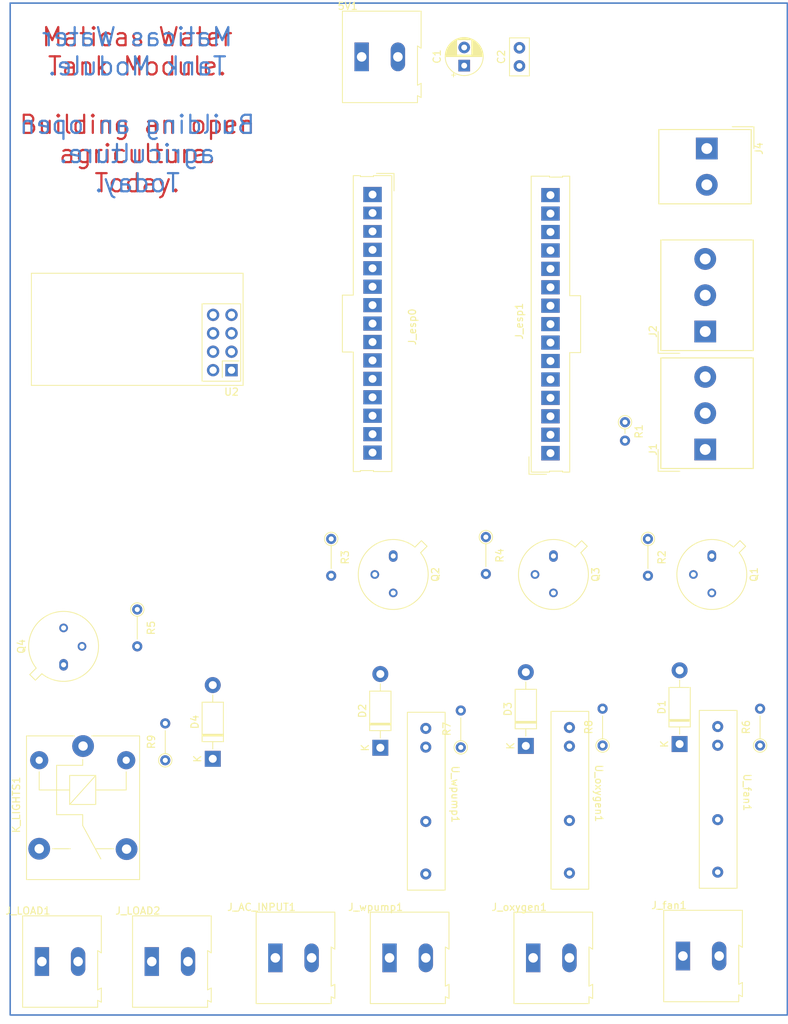
<source format=kicad_pcb>
(kicad_pcb (version 20221018) (generator pcbnew)
  (layers (0 "F.Cu" signal) (31 "B.Cu" signal) (34 "B.Paste" user) (35 "F.Paste" user) (36 "B.SilkS" user "B.Silkscreen") (37 "F.SilkS" user "F.Silkscreen") (38 "B.Mask" user) (39 "F.Mask" user) (44 "Edge.Cuts" user))
  (net 0 "")
  (net 1 "5v")
  (net 2 "GND5V")
  (net 3 "D25")
  (net 4 "D34")
  (net 5 "D33")
  (net 6 "AC1")
  (net 7 "AC2")
  (net 8 "EN")
  (net 9 "VP")
  (net 10 "VN")
  (net 11 "D35")
  (net 12 "D32")
  (net 13 "D26")
  (net 14 "D27")
  (net 15 "D14")
  (net 16 "D12")
  (net 17 "D13")
  (net 18 "3V3")
  (net 19 "GND2")
  (net 20 "D15")
  (net 21 "D2")
  (net 22 "D4")
  (net 23 "RX2")
  (net 24 "TX2")
  (net 25 "D5")
  (net 26 "D18")
  (net 27 "D19")
  (net 28 "D21")
  (net 29 "RX0")
  (net 30 "TX0")
  (net 31 "D22")
  (net 32 "D23")
  (net 33 "Net-(J_fan1-Pin_2)")
  (net 34 "LOAD IN")
  (net 35 "GND LOAD")
  (net 36 "Normally O")
  (net 37 "Net-(J_oxygen1-Pin_2)")
  (net 38 "Net-(J_wpump1-Pin_2)")
  (net 39 "Net-(Q1-B)")
  (net 40 "D16")
  (net 41 "Net-(Q2-B)")
  (net 42 "D17")
  (net 43 "Net-(Q3-B)")
  (net 44 "Net-(Q4-B)")
  (net 45 "Net-(D1-K)")
  (net 46 "Net-(D2-K)")
  (net 47 "Net-(D3-K)")
  (net 48 "Net-(D4-K)")
  (net 49 "Net-(D1-A)")
  (net 50 "Net-(D3-A)")
  (net 51 "Net-(D2-A)")
  (net 52 "Net-(D4-A)")
  (net 53 "Normally C")
  (footprint "Resistor_THT:R_Axial_DIN0204_L3.6mm_D1.6mm_P5.08mm_Vertical" (layer "F.Cu") (at 140.005 134.316 90)
    (fp_text reference "R6" (at 2.54 -1.92 90) (layer "F.SilkS"))
    (fp_text value "R")
    (pad "1" thru_hole circle (at 0 0 90) (size 1.4 1.4) (drill 0.7) (layers "*.Cu" "*.Mask") (net 45 "Net-(D1-K)"))
    (pad "2" thru_hole oval (at 5.08 0 90) (size 1.4 1.4) (drill 0.7) (layers "*.Cu" "*.Mask") (net 1 "5v"))
  )
  (footprint "Resistor_THT:R_Axial_DIN0204_L3.6mm_D1.6mm_P2.54mm_Vertical" (layer "F.Cu") (at 121.375 89.758 -90)
    (fp_text reference "R1" (at 1.27 -1.92 90) (layer "F.SilkS"))
    (fp_text value "4.7k")
    (pad "1" thru_hole circle (at 0 0 270) (size 1.4 1.4) (drill 0.7) (layers "*.Cu" "*.Mask") (net 1 "5v"))
    (pad "2" thru_hole oval (at 2.54 0 270) (size 1.4 1.4) (drill 0.7) (layers "*.Cu" "*.Mask") (net 3 "D25"))
  )
  (footprint "Diode_THT:D_DO-41_SOD81_P10.16mm_Horizontal" (layer "F.Cu") (at 87.63 134.62 90)
    (fp_text reference "D2" (at 5.08 -2.47 90) (layer "F.SilkS"))
    (fp_text value "1N4004")
    (fp_text user "K" (at 0 -2.1 90) (layer "F.SilkS"))
    (pad "1" thru_hole rect (at 0 0 90) (size 2.2 2.2) (drill 1.1) (layers "*.Cu" "*.Mask") (net 46 "Net-(D2-K)"))
    (pad "2" thru_hole oval (at 10.16 0 90) (size 2.2 2.2) (drill 1.1) (layers "*.Cu" "*.Mask") (net 51 "Net-(D2-A)"))
  )
  (footprint "Resistor_THT:R_Axial_DIN0204_L3.6mm_D1.6mm_P5.08mm_Vertical" (layer "F.Cu") (at 124.54 105.841 -90)
    (fp_text reference "R2" (at 2.54 -1.92 90) (layer "F.SilkS"))
    (fp_text value "660")
    (pad "1" thru_hole circle (at 0 0 270) (size 1.4 1.4) (drill 0.7) (layers "*.Cu" "*.Mask") (net 5 "D33"))
    (pad "2" thru_hole oval (at 5.08 0 270) (size 1.4 1.4) (drill 0.7) (layers "*.Cu" "*.Mask") (net 39 "Net-(Q1-B)"))
  )
  (footprint "TerminalBlock:TerminalBlock_Altech_AK300-2_P5.00mm" (layer "F.Cu") (at 129.366 163.322)
    (fp_text reference "J_fan1" (at -1.92 -6.99) (layer "F.SilkS"))
    (fp_text value "Screw_Terminal_01x02")
    (pad "1" thru_hole rect (at 0 0) (size 1.98 3.96) (drill 1.32) (layers "*.Cu" "*.Mask") (net 7 "AC2"))
    (pad "2" thru_hole oval (at 5 0) (size 1.98 3.96) (drill 1.32) (layers "*.Cu" "*.Mask") (net 33 "Net-(J_fan1-Pin_2)"))
  )
  (footprint "TerminalBlock:TerminalBlock_Altech_AK300-2_P5.00mm" (layer "F.Cu") (at 85.053 39.416)
    (fp_text reference "5V1" (at -1.92 -6.99) (layer "F.SilkS"))
    (fp_text value "Screw_Terminal_01x02")
    (pad "1" thru_hole rect (at 0 0) (size 1.98 3.96) (drill 1.32) (layers "*.Cu" "*.Mask") (net 1 "5v"))
    (pad "2" thru_hole oval (at 5 0) (size 1.98 3.96) (drill 1.32) (layers "*.Cu" "*.Mask") (net 2 "GND5V"))
  )
  (footprint "Resistor_THT:R_Axial_DIN0204_L3.6mm_D1.6mm_P5.08mm_Vertical" (layer "F.Cu") (at 54.102 115.57 -90)
    (fp_text reference "R5" (at 2.54 -1.92 90) (layer "F.SilkS"))
    (fp_text value "660")
    (pad "1" thru_hole circle (at 0 0 270) (size 1.4 1.4) (drill 0.7) (layers "*.Cu" "*.Mask") (net 26 "D18"))
    (pad "2" thru_hole oval (at 5.08 0 270) (size 1.4 1.4) (drill 0.7) (layers "*.Cu" "*.Mask") (net 44 "Net-(Q4-B)"))
  )
  (footprint "TerminalBlock:TerminalBlock_Altech_AK300-2_P5.00mm" (layer "F.Cu") (at 56.105 164.084)
    (fp_text reference "J_LOAD2" (at -1.92 -6.99) (layer "F.SilkS"))
    (fp_text value "Screw_Terminal_01x02")
    (pad "1" thru_hole rect (at 0 0) (size 1.98 3.96) (drill 1.32) (layers "*.Cu" "*.Mask") (net 35 "GND LOAD"))
    (pad "2" thru_hole oval (at 5 0) (size 1.98 3.96) (drill 1.32) (layers "*.Cu" "*.Mask") (net 36 "Normally O"))
  )
  (footprint "TerminalBlock_Altech:Altech_AK300_1x03_P5.00mm_45-Degree" (layer "F.Cu") (at 132.4435 77.262 90)
    (fp_text reference "J2" (at 0 -7.2 90) (layer "F.SilkS"))
    (fp_text value "Screw_Terminal_01x03")
    (pad "1" thru_hole rect (at 0 0 90) (size 3 3) (drill 1.5) (layers "*.Cu" "*.Mask") (net 4 "D34"))
    (pad "2" thru_hole circle (at 5 0 90) (size 3 3) (drill 1.5) (layers "*.Cu" "*.Mask") (net 1 "5v"))
    (pad "3" thru_hole circle (at 10 0 90) (size 3 3) (drill 1.5) (layers "*.Cu" "*.Mask") (net 2 "GND5V"))
  )
  (footprint "Capacitor_THT:C_Disc_D5.0mm_W2.5mm_P2.50mm" (layer "F.Cu") (at 106.817 40.666 90)
    (fp_text reference "C2" (at 1.25 -2.5 90) (layer "F.SilkS"))
    (fp_text value "C_Generic")
    (pad "1" thru_hole circle (at 0 0 90) (size 1.6 1.6) (drill 0.8) (layers "*.Cu" "*.Mask") (net 1 "5v"))
    (pad "2" thru_hole circle (at 2.5 0 90) (size 1.6 1.6) (drill 0.8) (layers "*.Cu" "*.Mask") (net 2 "GND5V"))
  )
  (footprint "TerminalBlock_Altech:Altech_AK300_1x03_P5.00mm_45-Degree" (layer "F.Cu") (at 132.4435 93.518 90)
    (fp_text reference "J1" (at 0 -7.2 90) (layer "F.SilkS"))
    (fp_text value "Screw_Terminal_01x03")
    (pad "1" thru_hole rect (at 0 0 90) (size 3 3) (drill 1.5) (layers "*.Cu" "*.Mask") (net 3 "D25"))
    (pad "2" thru_hole circle (at 5 0 90) (size 3 3) (drill 1.5) (layers "*.Cu" "*.Mask") (net 1 "5v"))
    (pad "3" thru_hole circle (at 10 0 90) (size 3 3) (drill 1.5) (layers "*.Cu" "*.Mask") (net 2 "GND5V"))
  )
  (footprint "TerminalBlock:TerminalBlock_Altech_AK300-2_P5.00mm" (layer "F.Cu") (at 73.152 163.576)
    (fp_text reference "J_AC_INPUT1" (at -1.92 -6.99) (layer "F.SilkS"))
    (fp_text value "Screw_Terminal_01x02")
    (pad "1" thru_hole rect (at 0 0) (size 1.98 3.96) (drill 1.32) (layers "*.Cu" "*.Mask") (net 6 "AC1"))
    (pad "2" thru_hole oval (at 5 0) (size 1.98 3.96) (drill 1.32) (layers "*.Cu" "*.Mask") (net 7 "AC2"))
  )
  (footprint "TerminalBlock:TerminalBlock_Altech_AK300-2_P5.00mm" (layer "F.Cu") (at 40.945 164.084)
    (fp_text reference "J_LOAD1" (at -1.92 -6.99) (layer "F.SilkS"))
    (fp_text value "Screw_Terminal_01x02")
    (pad "1" thru_hole rect (at 0 0) (size 1.98 3.96) (drill 1.32) (layers "*.Cu" "*.Mask") (net 34 "LOAD IN"))
    (pad "2" thru_hole oval (at 5 0) (size 1.98 3.96) (drill 1.32) (layers "*.Cu" "*.Mask") (net 35 "GND LOAD"))
  )
  (footprint "esp32:Connector_Molex_Molex_SL_171971-0015_1x15_P2.54mm_Vertical_squares" (layer "F.Cu") (at 102.9455 75.786 90)
    (fp_text reference "J_esp1" (at -0.06 3.8375 90 unlocked) (layer "F.SilkS"))
    (fp_text value "Conn_01x15_Female")
    (pad "1" thru_hole rect (at -18.24 8.15 90) (size 2 2.54) (drill 1.09) (layers "*.Cu" "*.Mask") (net 18 "3V3"))
    (pad "2" thru_hole rect (at -15.7 8.15 90) (size 1.95 2.54) (drill 1.09) (layers "*.Cu" "*.Mask") (net 19 "GND2"))
    (pad "3" thru_hole rect (at -13.16 8.15 90) (size 1.95 2.54) (drill 1.09) (layers "*.Cu" "*.Mask") (net 20 "D15"))
    (pad "4" thru_hole rect (at -10.62 8.15 90) (size 1.95 2.54) (drill 1.09) (layers "*.Cu" "*.Mask") (net 21 "D2"))
    (pad "5" thru_hole rect (at -8.08 8.15 90) (size 1.95 2.54) (drill 1.09) (layers "*.Cu" "*.Mask") (net 22 "D4"))
    (pad "6" thru_hole rect (at -5.54 8.15 90) (size 1.95 2.54) (drill 1.09) (layers "*.Cu" "*.Mask") (net 23 "RX2"))
    (pad "7" thru_hole rect (at -3 8.15 90) (size 1.95 2.54) (drill 1.09) (layers "*.Cu" "*.Mask") (net 24 "TX2"))
    (pad "8" thru_hole rect (at -0.46 8.15 90) (size 1.95 2.54) (drill 1.09) (layers "*.Cu" "*.Mask") (net 25 "D5"))
    (pad "9" thru_hole rect (at 2.08 8.15 90) (size 1.95 2.54) (drill 1.09) (layers "*.Cu" "*.Mask") (net 26 "D18"))
    (pad "10" thru_hole rect (at 4.62 8.15 90) (size 1.95 2.54) (drill 1.09) (layers "*.Cu" "*.Mask") (net 27 "D19"))
    (pad "11" thru_hole rect (at 7.16 8.15 90) (size 1.95 2.54) (drill 1.09) (layers "*.Cu" "*.Mask") (net 28 "D21"))
    (pad "12" thru_hole rect (at 9.7 8.15 90) (size 1.95 2.54) (drill 1.09) (layers "*.Cu" "*.Mask") (net 29 "RX0"))
    (pad "13" thru_hole rect (at 12.24 8.15 90) (size 1.95 2.54) (drill 1.09) (layers "*.Cu" "*.Mask") (net 30 "TX0"))
    (pad "14" thru_hole rect (at 14.78 8.15 90) (size 1.95 2.54) (drill 1.09) (layers "*.Cu" "*.Mask") (net 31 "D22"))
    (pad "15" thru_hole rect (at 17.32 8.15 90) (size 1.95 2.54) (drill 1.09) (layers "*.Cu" "*.Mask") (net 32 "D23"))
  )
  (footprint "Package_TO_SOT_THT:TO-39-3" (layer "F.Cu") (at 89.408 108.204 -90)
    (fp_text reference "Q2" (at 2.54 -5.82 90) (layer "F.SilkS"))
    (fp_text value "2N2219")
    (pad "1" thru_hole oval (at 0 0 270) (size 1.6 1.2) (drill 0.7) (layers "*.Cu" "*.Mask") (net 2 "GND5V"))
    (pad "2" thru_hole oval (at 2.54 2.54 270) (size 1.2 1.2) (drill 0.7) (layers "*.Cu" "*.Mask") (net 41 "Net-(Q2-B)"))
    (pad "3" thru_hole oval (at 5.08 0 270) (size 1.2 1.2) (drill 0.7) (layers "*.Cu" "*.Mask") (net 51 "Net-(D2-A)"))
  )
  (footprint "TerminalBlock_Altech:Altech_AK300_1x02_P5.00mm_45-Degree" (layer "F.Cu") (at 132.6585 52.0445 -90)
    (fp_text reference "J4" (at 0 -7.2 90) (layer "F.SilkS"))
    (fp_text value "Screw_Terminal_01x02")
    (pad "1" thru_hole rect (at 0 0 270) (size 3 3) (drill 1.5) (layers "*.Cu" "*.Mask") (net 2 "GND5V"))
    (pad "2" thru_hole circle (at 5 0 270) (size 3 3) (drill 1.5) (layers "*.Cu" "*.Mask") (net 27 "D19"))
  )
  (footprint "Diode_THT:D_DO-41_SOD81_P10.16mm_Horizontal" (layer "F.Cu") (at 107.696 134.366 90)
    (fp_text reference "D3" (at 5.08 -2.47 90) (layer "F.SilkS"))
    (fp_text value "1N4004")
    (fp_text user "K" (at 0 -2.1 90) (layer "F.SilkS"))
    (pad "1" thru_hole rect (at 0 0 90) (size 2.2 2.2) (drill 1.1) (layers "*.Cu" "*.Mask") (net 47 "Net-(D3-K)"))
    (pad "2" thru_hole oval (at 10.16 0 90) (size 2.2 2.2) (drill 1.1) (layers "*.Cu" "*.Mask") (net 50 "Net-(D3-A)"))
  )
  (footprint "esp32:Connector_Molex_Molex_SL_171971-0015_1x15_P2.54mm_Vertical_squares" (layer "F.Cu") (at 94.705 76.627 -90)
    (fp_text reference "J_esp0" (at 0 2.6675 90 unlocked) (layer "F.SilkS"))
    (fp_text value "Conn_01x15_Female")
    (pad "1" thru_hole rect (at -18.24 8.15 270) (size 2.1 2.54) (drill 1.09) (layers "*.Cu" "*.Mask") (net 8 "EN"))
    (pad "2" thru_hole rect (at -15.7 8.15 270) (size 1.74 2.54) (drill 1.09) (layers "*.Cu" "*.Mask") (net 9 "VP"))
    (pad "3" thru_hole rect (at -13.16 8.15 270) (size 1.74 2.54) (drill 1.09) (layers "*.Cu" "*.Mask") (net 10 "VN"))
    (pad "4" thru_hole rect (at -10.62 8.15 270) (size 1.95 2.54) (drill 1.09) (layers "*.Cu" "*.Mask") (net 4 "D34"))
    (pad "5" thru_hole rect (at -8.08 8.15 270) (size 1.95 2.54) (drill 1.09) (layers "*.Cu" "*.Mask") (net 11 "D35"))
    (pad "6" thru_hole rect (at -5.54 8.15 270) (size 1.95 2.54) (drill 1.09) (layers "*.Cu" "*.Mask") (net 12 "D32"))
    (pad "7" thru_hole rect (at -3 8.15 270) (size 1.95 2.54) (drill 1.09) (layers "*.Cu" "*.Mask") (net 5 "D33"))
    (pad "8" thru_hole rect (at -0.46 8.15 270) (size 1.95 2.54) (drill 1.09) (layers "*.Cu" "*.Mask") (net 3 "D25"))
    (pad "9" thru_hole rect (at 2.08 8.15 270) (size 1.95 2.54) (drill 1.09) (layers "*.Cu" "*.Mask") (net 13 "D26"))
    (pad "10" thru_hole rect (at 4.62 8.15 270) (size 1.95 2.54) (drill 1.09) (layers "*.Cu" "*.Mask") (net 14 "D27"))
    (pad "11" thru_hole rect (at 7.16 8.15 270) (size 1.95 2.54) (drill 1.09) (layers "*.Cu" "*.Mask") (net 15 "D14"))
    (pad "12" thru_hole rect (at 9.7 8.15 270) (size 1.95 2.54) (drill 1.09) (layers "*.Cu" "*.Mask") (net 16 "D12"))
    (pad "13" thru_hole rect (at 12.24 8.15 270) (size 1.95 2.54) (drill 1.09) (layers "*.Cu" "*.Mask") (net 17 "D13"))
    (pad "14" thru_hole rect (at 14.78 8.15 270) (size 1.95 2.54) (drill 1.09) (layers "*.Cu" "*.Mask") (net 2 "GND5V"))
    (pad "15" thru_hole rect (at 17.32 8.15 270) (size 1.95 2.54) (drill 1.09) (layers "*.Cu" "*.Mask") (net 1 "5v"))
  )
  (footprint "smart_sensor:G3MB-202P" (layer "F.Cu") (at 93.773 141.0335 -90)
    (fp_text reference "U_wpump1" (at 0 -4.191 -90 unlocked) (layer "F.SilkS"))
    (fp_text value "34.81-8240")
    (pad "11" thru_hole circle (at 3.7465 -0.127 270) (size 1.524 1.524) (drill 0.762) (layers "*.Cu" "*.Mask") (net 6 "AC1"))
    (pad "14" thru_hole circle (at 10.9855 -0.127 270) (size 1.524 1.524) (drill 0.762) (layers "*.Cu" "*.Mask") (net 38 "Net-(J_wpump1-Pin_2)"))
    (pad "A1" thru_hole circle (at -6.4995 -0.127 270) (size 1.524 1.524) (drill 0.762) (layers "*.Cu" "*.Mask") (net 46 "Net-(D2-K)"))
    (pad "A2" thru_hole circle (at -9.0805 -0.127 270) (size 1.524 1.524) (drill 0.762) (layers "*.Cu" "*.Mask") (net 51 "Net-(D2-A)"))
  )
  (footprint "Resistor_THT:R_Axial_DIN0204_L3.6mm_D1.6mm_P5.08mm_Vertical" (layer "F.Cu") (at 80.852 105.841 -90)
    (fp_text reference "R3" (at 2.54 -1.92 90) (layer "F.SilkS"))
    (fp_text value "660")
    (pad "1" thru_hole circle (at 0 0 270) (size 1.4 1.4) (drill 0.7) (layers "*.Cu" "*.Mask") (net 40 "D16"))
    (pad "2" thru_hole oval (at 5.08 0 270) (size 1.4 1.4) (drill 0.7) (layers "*.Cu" "*.Mask") (net 41 "Net-(Q2-B)"))
  )
  (footprint "TerminalBlock:TerminalBlock_Altech_AK300-2_P5.00mm" (layer "F.Cu") (at 108.712 163.576)
    (fp_text reference "J_oxygen1" (at -1.92 -6.99) (layer "F.SilkS"))
    (fp_text value "Screw_Terminal_01x02")
    (pad "1" thru_hole rect (at 0 0) (size 1.98 3.96) (drill 1.32) (layers "*.Cu" "*.Mask") (net 7 "AC2"))
    (pad "2" thru_hole oval (at 5 0) (size 1.98 3.96) (drill 1.32) (layers "*.Cu" "*.Mask") (net 37 "Net-(J_oxygen1-Pin_2)"))
  )
  (footprint "Package_TO_SOT_THT:TO-39-3" (layer "F.Cu") (at 133.35 108.204 -90)
    (fp_text reference "Q1" (at 2.54 -5.82 90) (layer "F.SilkS"))
    (fp_text value "2N2219")
    (pad "1" thru_hole oval (at 0 0 270) (size 1.6 1.2) (drill 0.7) (layers "*.Cu" "*.Mask") (net 2 "GND5V"))
    (pad "2" thru_hole oval (at 2.54 2.54 270) (size 1.2 1.2) (drill 0.7) (layers "*.Cu" "*.Mask") (net 39 "Net-(Q1-B)"))
    (pad "3" thru_hole oval (at 5.08 0 270) (size 1.2 1.2) (drill 0.7) (layers "*.Cu" "*.Mask") (net 49 "Net-(D1-A)"))
  )
  (footprint "Diode_THT:D_DO-41_SOD81_P10.16mm_Horizontal" (layer "F.Cu") (at 64.516 136.144 90)
    (fp_text reference "D4" (at 5.08 -2.47 90) (layer "F.SilkS"))
    (fp_text value "1N4004")
    (fp_text user "K" (at 0 -2.1 90) (layer "F.SilkS"))
    (pad "1" thru_hole rect (at 0 0 90) (size 2.2 2.2) (drill 1.1) (layers "*.Cu" "*.Mask") (net 48 "Net-(D4-K)"))
    (pad "2" thru_hole oval (at 10.16 0 90) (size 2.2 2.2) (drill 1.1) (layers "*.Cu" "*.Mask") (net 52 "Net-(D4-A)"))
  )
  (footprint "Diode_THT:D_DO-41_SOD81_P10.16mm_Horizontal" (layer "F.Cu") (at 128.909 134.112 90)
    (fp_text reference "D1" (at 5.08 -2.47 90) (layer "F.SilkS"))
    (fp_text value "1N4004")
    (fp_text user "K" (at 0 -2.1 90) (layer "F.SilkS"))
    (pad "1" thru_hole rect (at 0 0 90) (size 2.2 2.2) (drill 1.1) (layers "*.Cu" "*.Mask") (net 45 "Net-(D1-K)"))
    (pad "2" thru_hole oval (at 10.16 0 90) (size 2.2 2.2) (drill 1.1) (layers "*.Cu" "*.Mask") (net 49 "Net-(D1-A)"))
  )
  (footprint "Relay_THT:Relay_SPDT_SANYOU_SRD_Series_Form_C" (layer "F.Cu") (at 46.629 134.39 -90)
    (fp_text reference "K_LIGHTS1" (at 8.1 9.2 90) (layer "F.SilkS"))
    (fp_text value "SANYOU_SRD_Form_C")
    (pad "1" thru_hole circle (at 0 0) (size 3 3) (drill 1.3) (layers "*.Cu" "*.Mask") (net 34 "LOAD IN"))
    (pad "2" thru_hole circle (at 1.95 6.05) (size 2.5 2.5) (drill 1) (layers "*.Cu" "*.Mask") (net 52 "Net-(D4-A)"))
    (pad "3" thru_hole circle (at 14.15 6.05) (size 3 3) (drill 1.3) (layers "*.Cu" "*.Mask") (net 36 "Normally O"))
    (pad "4" thru_hole circle (at 14.2 -6) (size 3 3) (drill 1.3) (layers "*.Cu" "*.Mask") (net 53 "Normally C"))
    (pad "5" thru_hole circle (at 1.95 -5.95) (size 2.5 2.5) (drill 1) (layers "*.Cu" "*.Mask") (net 48 "Net-(D4-K)"))
  )
  (footprint "TerminalBlock:TerminalBlock_Altech_AK300-2_P5.00mm" (layer "F.Cu") (at 88.9 163.576)
    (fp_text reference "J_wpump1" (at -1.92 -6.99) (layer "F.SilkS"))
    (fp_text value "Screw_Terminal_01x02")
    (pad "1" thru_hole rect (at 0 0) (size 1.98 3.96) (drill 1.32) (layers "*.Cu" "*.Mask") (net 7 "AC2"))
    (pad "2" thru_hole oval (at 5 0) (size 1.98 3.96) (drill 1.32) (layers "*.Cu" "*.Mask") (net 38 "Net-(J_wpump1-Pin_2)"))
  )
  (footprint "Capacitor_THT:CP_Radial_D5.0mm_P2.50mm" (layer "F.Cu") (at 99.197 40.621113 90)
    (fp_text reference "C1" (at 1.25 -3.75 90) (layer "F.SilkS"))
    (fp_text value "C_Polarized")
    (pad "1" thru_hole rect (at 0 0 90) (size 1.6 1.6) (drill 0.8) (layers "*.Cu" "*.Mask") (net 1 "5v"))
    (pad "2" thru_hole circle (at 2.5 0 90) (size 1.6 1.6) (drill 0.8) (layers "*.Cu" "*.Mask") (net 2 "GND5V"))
  )
  (footprint "Package_TO_SOT_THT:TO-39-3" (layer "F.Cu") (at 111.506 108.204 -90)
    (fp_text reference "Q3" (at 2.54 -5.82 90) (layer "F.SilkS"))
    (fp_text value "2N2219")
    (pad "1" thru_hole oval (at 0 0 270) (size 1.6 1.2) (drill 0.7) (layers "*.Cu" "*.Mask") (net 2 "GND5V"))
    (pad "2" thru_hole oval (at 2.54 2.54 270) (size 1.2 1.2) (drill 0.7) (layers "*.Cu" "*.Mask") (net 43 "Net-(Q3-B)"))
    (pad "3" thru_hole oval (at 5.08 0 270) (size 1.2 1.2) (drill 0.7) (layers "*.Cu" "*.Mask") (net 50 "Net-(D3-A)"))
  )
  (footprint "Resistor_THT:R_Axial_DIN0204_L3.6mm_D1.6mm_P5.08mm_Vertical" (layer "F.Cu") (at 98.726 134.57 90)
    (fp_text reference "R7" (at 2.54 -1.92 90) (layer "F.SilkS"))
    (fp_text value "R")
    (pad "1" thru_hole circle (at 0 0 90) (size 1.4 1.4) (drill 0.7) (layers "*.Cu" "*.Mask") (net 46 "Net-(D2-K)"))
    (pad "2" thru_hole oval (at 5.08 0 90) (size 1.4 1.4) (drill 0.7) (layers "*.Cu" "*.Mask") (net 1 "5v"))
  )
  (footprint "smart_sensor:G3MB-202P" (layer "F.Cu") (at 113.585 140.9065 -90)
    (fp_text reference "U_oxygen1" (at 0 -4.191 -90 unlocked) (layer "F.SilkS"))
    (fp_text value "34.81-8240")
    (pad "11" thru_hole circle (at 3.7465 -0.127 270) (size 1.524 1.524) (drill 0.762) (layers "*.Cu" "*.Mask") (net 6 "AC1"))
    (pad "14" thru_hole circle (at 10.9855 -0.127 270) (size 1.524 1.524) (drill 0.762) (layers "*.Cu" "*.Mask") (net 37 "Net-(J_oxygen1-Pin_2)"))
    (pad "A1" thru_hole circle (at -6.4995 -0.127 270) (size 1.524 1.524) (drill 0.762) (layers "*.Cu" "*.Mask") (net 47 "Net-(D3-K)"))
    (pad "A2" thru_hole circle (at -9.0805 -0.127 270) (size 1.524 1.524) (drill 0.762) (layers "*.Cu" "*.Mask") (net 50 "Net-(D3-A)"))
  )
  (footprint "Resistor_THT:R_Axial_DIN0204_L3.6mm_D1.6mm_P5.08mm_Vertical" (layer "F.Cu") (at 102.188 105.587 -90)
    (fp_text reference "R4" (at 2.54 -1.92 90) (layer "F.SilkS"))
    (fp_text value "660")
    (pad "1" thru_hole circle (at 0 0 270) (size 1.4 1.4) (drill 0.7) (layers "*.Cu" "*.Mask") (net 42 "D17"))
    (pad "2" thru_hole oval (at 5.08 0 270) (size 1.4 1.4) (drill 0.7) (layers "*.Cu" "*.Mask") (net 43 "Net-(Q3-B)"))
  )
  (footprint "Resistor_THT:R_Axial_DIN0204_L3.6mm_D1.6mm_P5.08mm_Vertical" (layer "F.Cu") (at 57.963 136.348 90)
    (fp_text reference "R9" (at 2.54 -1.92 90) (layer "F.SilkS"))
    (fp_text value "R")
    (pad "1" thru_hole circle (at 0 0 90) (size 1.4 1.4) (drill 0.7) (layers "*.Cu" "*.Mask") (net 48 "Net-(D4-K)"))
    (pad "2" thru_hole oval (at 5.08 0 90) (size 1.4 1.4) (drill 0.7) (layers "*.Cu" "*.Mask") (net 1 "5v"))
  )
  (footprint "Package_TO_SOT_THT:TO-39-3" (layer "F.Cu") (at 43.942 123.19 90)
    (fp_text reference "Q4" (at 2.54 -5.82 90) (layer "F.SilkS"))
    (fp_text value "2N2219")
    (pad "1" thru_hole oval (at 0 0 90) (size 1.6 1.2) (drill 0.7) (layers "*.Cu" "*.Mask") (net 2 "GND5V"))
    (pad "2" thru_hole oval (at 2.54 2.54 90) (size 1.2 1.2) (drill 0.7) (layers "*.Cu" "*.Mask") (net 44 "Net-(Q4-B)"))
    (pad "3" thru_hole oval (at 5.08 0 90) (size 1.2 1.2) (drill 0.7) (layers "*.Cu" "*.Mask") (net 52 "Net-(D4-A)"))
  )
  (footprint "RF_Module:nRF24L01_Breakout" (layer "F.Cu") (at 67.102 82.587 180)
    (fp_text reference "U2" (at 0 -3) (layer "F.SilkS"))
    (fp_text value "NRF24L01_Breakout")
    (pad "1" thru_hole rect (at 0 0 180) (size 1.7 1.7) (drill 1) (layers "*.Cu" "*.Mask") (net 19 "GND2"))
    (pad "2" thru_hole circle (at 2.54 0 180) (size 1.7 1.7) (drill 1) (layers "*.Cu" "*.Mask") (net 18 "3V3"))
    (pad "3" thru_hole circle (at 0 2.54 180) (size 1.7 1.7) (drill 1) (layers "*.Cu" "*.Mask") (net 14 "D27"))
    (pad "4" thru_hole circle (at 2.54 2.54 180) (size 1.7 1.7) (drill 1) (layers "*.Cu" "*.Mask") (net 13 "D26"))
    (pad "5" thru_hole circle (at 0 5.08 180) (size 1.7 1.7) (drill 1) (layers "*.Cu" "*.Mask") (net 15 "D14"))
    (pad "6" thru_hole circle (at 2.54 5.08 180) (size 1.7 1.7) (drill 1) (layers "*.Cu" "*.Mask") (net 17 "D13"))
    (pad "7" thru_hole circle (at 0 7.62 180) (size 1.7 1.7) (drill 1) (layers "*.Cu" "*.Mask") (net 16 "D12"))
    (pad "8" thru_hole circle (at 2.54 7.62 180) (size 1.7 1.7) (drill 1) (layers "*.Cu" "*.Mask"))
  )
  (footprint "smart_sensor:G3MB-202P" (layer "F.Cu") (at 134.036 140.7795 -90)
    (fp_text reference "U_fan1" (at 0 -4.191 -90 unlocked) (layer "F.SilkS"))
    (fp_text value "34.81-8240")
    (pad "11" thru_hole circle (at 3.7465 -0.127 270) (size 1.524 1.524) (drill 0.762) (layers "*.Cu" "*.Mask") (net 6 "AC1"))
    (pad "14" thru_hole circle (at 10.9855 -0.127 270) (size 1.524 1.524) (drill 0.762) (layers "*.Cu" "*.Mask") (net 33 "Net-(J_fan1-Pin_2)"))
    (pad "A1" thru_hole circle (at -6.4995 -0.127 270) (size 1.524 1.524) (drill 0.762) (layers "*.Cu" "*.Mask") (net 45 "Net-(D1-K)"))
    (pad "A2" thru_hole circle (at -9.0805 -0.127 270) (size 1.524 1.524) (drill 0.762) (layers "*.Cu" "*.Mask") (net 49 "Net-(D1-A)"))
  )
  (footprint "Resistor_THT:R_Axial_DIN0204_L3.6mm_D1.6mm_P5.08mm_Vertical" (layer "F.Cu") (at 118.284 134.316 90)
    (fp_text reference "R8" (at 2.54 -1.92 90) (layer "F.SilkS"))
    (fp_text value "R")
    (pad "1" thru_hole circle (at 0 0 90) (size 1.4 1.4) (drill 0.7) (layers "*.Cu" "*.Mask") (net 47 "Net-(D3-K)"))
    (pad "2" thru_hole oval (at 5.08 0 90) (size 1.4 1.4) (drill 0.7) (layers "*.Cu" "*.Mask") (net 1 "5v"))
  )
  (gr_rect (start 36.576 32.004) (end 143.764 171.45) (stroke (width 0.2)) (fill none) (layer "B.Cu"))
  (gr_text "Maticas Water\nTank Module.\n\nBuilding an open\nagriculture.\nToday." (at 54.102 46.736) (layer "F.Cu") (effects (font (size 2.5 2.5) (thickness 0.3) bold)))
  (gr_text "Maticas Water\nTank Module.\n\nBuilding an open\nagriculture.\nToday." (at 54.102 46.736) (layer "B.Cu") (effects (font (size 2.5 2.5) (thickness 0.3) bold) (justify mirror)))
)
</source>
